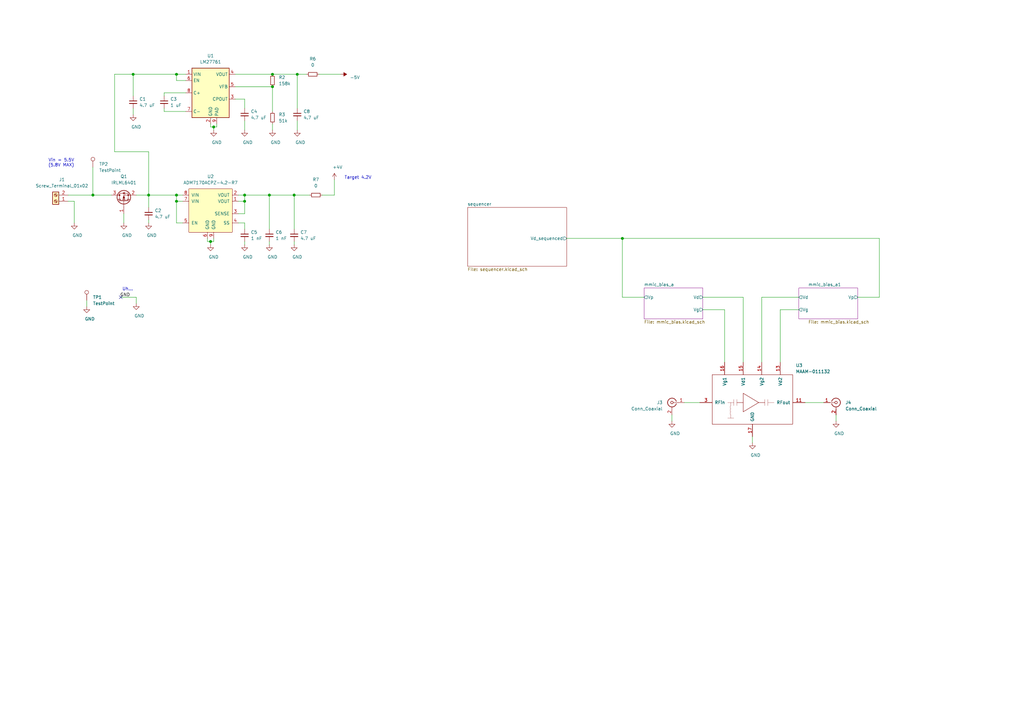
<source format=kicad_sch>
(kicad_sch (version 20210126) (generator eeschema)
  (paper "A3")
  (lib_symbols
    (symbol "Connector:Conn_Coaxial" (pin_names (offset 1.016) hide)
      (property "Reference" "J" (at 0.254 3.048 0))
      (property "Value" "Conn_Coaxial" (at 2.921 0 90))
      (symbol "Conn_Coaxial_0_1"
        (arc (start -1.778 0.508) (end 1.778 0) (radius (at -0.0508 0) (length 1.8034) (angles 163.6 0)) (stroke (width 0.254)))
        (arc (start 1.778 0) (end -1.778 -0.508) (radius (at -0.0254 0) (length 1.8034) (angles 0 -163.8)) (stroke (width 0.254)))
        (circle (center 0 0) (radius 0.508) (stroke (width 0.2032)))
        (polyline (pts (xy -2.54 0) (xy -0.508 0)))
        (polyline (pts (xy 0 -2.54) (xy 0 -1.778)))
      )
      (symbol "Conn_Coaxial_1_1"
        (pin passive line (at -5.08 0 0) (length 2.54) (name "In") (number "1"))
        (pin passive line (at 0 -5.08 90) (length 2.54) (name "Ext") (number "2"))
      )
    )
    (symbol "Connector:Screw_Terminal_01x02" (pin_names (offset 1.016) hide)
      (property "Reference" "J" (at 0 2.54 0))
      (property "Value" "Screw_Terminal_01x02" (at 0 -5.08 0))
      (symbol "Screw_Terminal_01x02_1_1"
        (circle (center 0 -2.54) (radius 0.635) (stroke (width 0.1524)))
        (circle (center 0 0) (radius 0.635) (stroke (width 0.1524)))
        (rectangle (start -1.27 1.27) (end 1.27 -3.81) (stroke (width 0.254)) (fill (type background)))
        (polyline (pts (xy -0.5334 -2.2098) (xy 0.3302 -3.048)) (stroke (width 0.1524)))
        (polyline (pts (xy -0.5334 0.3302) (xy 0.3302 -0.508)) (stroke (width 0.1524)))
        (polyline (pts (xy -0.3556 -2.032) (xy 0.508 -2.8702)) (stroke (width 0.1524)))
        (polyline (pts (xy -0.3556 0.508) (xy 0.508 -0.3302)) (stroke (width 0.1524)))
        (pin passive line (at -5.08 0 0) (length 3.81) (name "Pin_1") (number "1"))
        (pin passive line (at -5.08 -2.54 0) (length 3.81) (name "Pin_2") (number "2"))
      )
    )
    (symbol "Connector:TestPoint" (pin_numbers hide) (pin_names (offset 0.762) hide)
      (property "Reference" "TP" (at 0 6.858 0))
      (property "Value" "TestPoint" (at 0 5.08 0))
      (symbol "TestPoint_0_1"
        (circle (center 0 3.302) (radius 0.762))
      )
      (symbol "TestPoint_1_1"
        (pin passive line (at 0 0 90) (length 2.54) (name "1") (number "1"))
      )
    )
    (symbol "Device:C_Small" (pin_numbers hide) (pin_names (offset 0.254) hide)
      (property "Reference" "C" (at 0.254 1.778 0))
      (property "Value" "C_Small" (at 0.254 -2.032 0))
      (symbol "C_Small_0_1"
        (polyline (pts (xy -1.524 -0.508) (xy 1.524 -0.508)) (stroke (width 0.3302)))
        (polyline (pts (xy -1.524 0.508) (xy 1.524 0.508)) (stroke (width 0.3048)))
      )
      (symbol "C_Small_1_1"
        (pin passive line (at 0 2.54 270) (length 2.032) (name "~") (number "1"))
        (pin passive line (at 0 -2.54 90) (length 2.032) (name "~") (number "2"))
      )
    )
    (symbol "Device:R_Small" (pin_numbers hide) (pin_names (offset 0.254) hide)
      (property "Reference" "R" (at 0.762 0.508 0))
      (property "Value" "R_Small" (at 0.762 -1.016 0))
      (symbol "R_Small_0_1"
        (rectangle (start -0.762 1.778) (end 0.762 -1.778) (stroke (width 0.2032)))
      )
      (symbol "R_Small_1_1"
        (pin passive line (at 0 2.54 270) (length 0.762) (name "~") (number "1"))
        (pin passive line (at 0 -2.54 90) (length 0.762) (name "~") (number "2"))
      )
    )
    (symbol "Regulator_SwitchedCapacitor:LM27761"
      (property "Reference" "U" (at -6.35 11.43 0))
      (property "Value" "LM27761" (at 3.302 11.43 0))
      (symbol "LM27761_0_1"
        (rectangle (start -7.62 10.16) (end 7.62 -10.16) (stroke (width 0.254)) (fill (type background)))
      )
      (symbol "LM27761_1_1"
        (pin power_in line (at -10.16 7.62 0) (length 2.54) (name "VIN") (number "1"))
        (pin power_in line (at 0 -12.7 90) (length 2.54) (name "GND") (number "2"))
        (pin power_out line (at 10.16 -2.54 180) (length 2.54) (name "CPOUT") (number "3"))
        (pin power_out line (at 10.16 7.62 180) (length 2.54) (name "VOUT") (number "4"))
        (pin input line (at 10.16 2.54 180) (length 2.54) (name "VFB") (number "5"))
        (pin input line (at -10.16 5.08 0) (length 2.54) (name "EN") (number "6"))
        (pin passive line (at -10.16 -7.62 0) (length 2.54) (name "C-") (number "7"))
        (pin passive line (at -10.16 0 0) (length 2.54) (name "C+") (number "8"))
        (pin power_in line (at 2.54 -12.7 90) (length 2.54) (name "PAD") (number "9"))
      )
    )
    (symbol "Transistor_FET:IRLML6401" (pin_names hide)
      (property "Reference" "Q" (at 5.08 1.905 0))
      (property "Value" "IRLML6401" (at 5.08 0 0))
      (symbol "IRLML6401_0_1"
        (circle (center 1.651 0) (radius 2.794) (stroke (width 0.254)))
        (circle (center 2.54 -1.778) (radius 0.254) (fill (type outline)))
        (circle (center 2.54 1.778) (radius 0.254) (fill (type outline)))
        (polyline (pts (xy 0.254 0) (xy -2.54 0)))
        (polyline (pts (xy 0.254 1.905) (xy 0.254 -1.905)) (stroke (width 0.254)))
        (polyline (pts (xy 0.762 -1.27) (xy 0.762 -2.286)) (stroke (width 0.254)))
        (polyline (pts (xy 0.762 0.508) (xy 0.762 -0.508)) (stroke (width 0.254)))
        (polyline (pts (xy 0.762 2.286) (xy 0.762 1.27)) (stroke (width 0.254)))
        (polyline (pts (xy 2.54 2.54) (xy 2.54 1.778)))
        (polyline (pts (xy 2.54 -2.54) (xy 2.54 0) (xy 0.762 0)))
        (polyline (pts (xy 0.762 1.778) (xy 3.302 1.778) (xy 3.302 -1.778) (xy 0.762 -1.778)))
        (polyline (pts (xy 2.794 -0.508) (xy 2.921 -0.381) (xy 3.683 -0.381) (xy 3.81 -0.254)))
        (polyline (pts (xy 3.302 -0.381) (xy 2.921 0.254) (xy 3.683 0.254) (xy 3.302 -0.381)))
        (polyline (pts (xy 2.286 0) (xy 1.27 0.381) (xy 1.27 -0.381) (xy 2.286 0)) (fill (type outline)))
      )
      (symbol "IRLML6401_1_1"
        (pin input line (at -5.08 0 0) (length 2.54) (name "G") (number "1"))
        (pin passive line (at 2.54 -5.08 90) (length 2.54) (name "S") (number "2"))
        (pin passive line (at 2.54 5.08 270) (length 2.54) (name "D") (number "3"))
      )
    )
    (symbol "jtk_rf:MAAM-011132" (pin_names (offset 1.016))
      (property "Reference" "U" (at -27.94 16.51 0))
      (property "Value" "MAAM-011132" (at -21.59 19.05 0))
      (symbol "MAAM-011132_0_1"
        (arc (start -8.89 -3.81) (end -8.89 -5.08) (radius (at -8.255 -4.445) (length 0.898) (angles 135 -135)) (stroke (width 0.0006)))
        (arc (start -8.89 -2.54) (end -8.89 -3.81) (radius (at -8.255 -3.175) (length 0.898) (angles 135 -135)) (stroke (width 0.0006)))
        (arc (start -8.89 -1.27) (end -8.89 -2.54) (radius (at -8.255 -1.905) (length 0.898) (angles 135 -135)) (stroke (width 0.0006)))
        (rectangle (start -16.51 11.43) (end 16.51 -8.89))
        (polyline (pts (xy -10.16 -6.35) (xy -7.62 -6.35)) (stroke (width 0.0006)))
        (polyline (pts (xy -8.89 -5.08) (xy -8.89 -6.35)) (stroke (width 0.0006)))
        (polyline (pts (xy -8.89 0) (xy -8.89 -1.27)) (stroke (width 0.0006)))
        (polyline (pts (xy -7.62 0) (xy -10.16 0)) (stroke (width 0.0006)))
        (polyline (pts (xy -7.62 1.27) (xy -7.62 -1.27)) (stroke (width 0.0006)))
        (polyline (pts (xy -6.35 1.27) (xy -6.35 -1.27)) (stroke (width 0.0006)))
        (polyline (pts (xy -3.81 0) (xy -6.35 0)))
        (polyline (pts (xy 2.54 0) (xy 5.08 0)))
        (polyline (pts (xy 5.08 1.27) (xy 5.08 -1.27)) (stroke (width 0.0006)))
        (polyline (pts (xy 6.35 0) (xy 8.89 0)) (stroke (width 0.0006)))
        (polyline (pts (xy 6.35 1.27) (xy 6.35 -1.27)) (stroke (width 0.0006)))
        (polyline (pts (xy 2.54 0) (xy -3.81 3.81) (xy -3.81 -3.81) (xy 2.54 0)))
      )
      (symbol "MAAM-011132_1_1"
        (pin power_in line (at 0 -13.97 90) (length 5.08) hide (name "EP") (number "1"))
        (pin power_in line (at 0 -13.97 90) (length 5.08) hide (name "GND") (number "10"))
        (pin output line (at 21.59 0 180) (length 5.08) (name "RFout") (number "11"))
        (pin power_in line (at 0 -13.97 90) (length 5.08) hide (name "GND") (number "12"))
        (pin input line (at 11.43 16.51 270) (length 5.08) (name "Vd2") (number "13"))
        (pin input line (at 3.81 16.51 270) (length 5.08) (name "Vg2") (number "14"))
        (pin input line (at -3.81 16.51 270) (length 5.08) (name "Vd1") (number "15"))
        (pin input line (at -11.43 16.51 270) (length 5.08) (name "Vg1") (number "16"))
        (pin power_in line (at 0 -13.97 90) (length 5.08) (name "GND") (number "17"))
        (pin power_in line (at 0 -13.97 90) (length 5.08) hide (name "GND") (number "2"))
        (pin input line (at -21.59 0 0) (length 5.08) (name "RFin") (number "3"))
        (pin power_in line (at 0 -13.97 90) (length 5.08) hide (name "GND") (number "4"))
        (pin power_in line (at 0 -13.97 90) (length 5.08) hide (name "NC") (number "5"))
        (pin power_in line (at 0 -13.97 90) (length 5.08) hide (name "NC") (number "6"))
        (pin power_in line (at 0 -13.97 90) (length 5.08) hide (name "NC") (number "7"))
        (pin power_in line (at 0 -13.97 90) (length 5.08) hide (name "NC") (number "8"))
        (pin power_in line (at 0 -13.97 90) (length 5.08) hide (name "NC") (number "9"))
      )
    )
    (symbol "power:+4V" (power) (pin_names (offset 0))
      (property "Value" "+4V" (at 0 3.556 0))
      (symbol "+4V_0_1"
        (polyline (pts (xy -0.762 1.27) (xy 0 2.54)))
        (polyline (pts (xy 0 0) (xy 0 2.54)))
        (polyline (pts (xy 0 2.54) (xy 0.762 1.27)))
      )
      (symbol "+4V_1_1"
        (pin power_in line (at 0 0 90) (length 0) hide (name "+4V") (number "1"))
      )
    )
    (symbol "power:-5V" (power) (pin_names (offset 0))
      (property "Value" "-5V" (at 0 3.81 0))
      (symbol "-5V_0_0"
        (pin power_in line (at 0 0 90) (length 0) hide (name "-5V") (number "1"))
      )
      (symbol "-5V_0_1"
        (polyline (pts (xy 0 0) (xy 0 1.27) (xy 0.762 1.27) (xy 0 2.54) (xy -0.762 1.27) (xy 0 1.27)) (fill (type outline)))
      )
    )
    (symbol "power:GND" (power) (pin_names (offset 0))
      (property "Value" "GND" (at 0 -3.81 0))
      (symbol "GND_0_1"
        (polyline (pts (xy 0 0) (xy 0 -1.27) (xy 1.27 -1.27) (xy 0 -2.54) (xy -1.27 -1.27) (xy 0 -1.27)))
      )
      (symbol "GND_1_1"
        (pin power_in line (at 0 0 270) (length 0) hide (name "GND") (number "1"))
      )
    )
    (symbol "vna_mm:ADM7170" (pin_names (offset 1.016))
      (property "Reference" "U" (at -17.78 10.16 0))
      (property "Value" "ADM7170" (at -13.97 7.62 0))
      (symbol "ADM7170_0_1"
        (rectangle (start -8.89 6.35) (end 8.89 -11.43) (fill (type background)))
      )
      (symbol "ADM7170_1_1"
        (pin power_out line (at 11.43 1.27 180) (length 2.54) (name "VOUT") (number "1"))
        (pin power_out line (at 11.43 3.81 180) (length 2.54) (name "VOUT") (number "2"))
        (pin passive line (at 11.43 -3.81 180) (length 2.54) (name "SENSE") (number "3"))
        (pin passive line (at 11.43 -7.62 180) (length 2.54) (name "SS") (number "4"))
        (pin input line (at -11.43 -7.62 0) (length 2.54) (name "EN") (number "5"))
        (pin power_in line (at -1.27 -13.97 90) (length 2.54) (name "GND") (number "6"))
        (pin power_in line (at -11.43 1.27 0) (length 2.54) (name "VIN") (number "7"))
        (pin power_in line (at -11.43 3.81 0) (length 2.54) (name "VIN") (number "8"))
        (pin power_in line (at 1.27 -13.97 90) (length 2.54) (name "GND") (number "9"))
      )
    )
  )
  (junction (at 38.1 80.01) (diameter 1.016))
  (junction (at 54.61 30.48) (diameter 1.016))
  (junction (at 60.96 80.01) (diameter 1.016))
  (junction (at 72.39 30.48) (diameter 1.016))
  (junction (at 72.39 80.01) (diameter 1.016))
  (junction (at 72.39 82.55) (diameter 1.016))
  (junction (at 86.36 99.06) (diameter 1.016))
  (junction (at 87.63 52.07) (diameter 1.016))
  (junction (at 100.33 80.01) (diameter 1.016))
  (junction (at 100.33 82.55) (diameter 1.016))
  (junction (at 110.49 80.01) (diameter 1.016))
  (junction (at 111.76 30.48) (diameter 1.016))
  (junction (at 111.76 35.56) (diameter 1.016))
  (junction (at 120.65 80.01) (diameter 1.016))
  (junction (at 121.92 30.48) (diameter 1.016))
  (junction (at 255.27 97.79) (diameter 1.016))
  (no_connect (at 49.53 121.92))
  (wire (pts (xy 27.94 80.01) (xy 38.1 80.01)))
  (wire (pts (xy 30.48 82.55) (xy 27.94 82.55)))
  (wire (pts (xy 30.48 91.44) (xy 30.48 82.55)))
  (wire (pts (xy 35.56 123.19) (xy 35.56 125.73)))
  (wire (pts (xy 38.1 68.58) (xy 38.1 80.01)))
  (wire (pts (xy 38.1 80.01) (xy 45.72 80.01)))
  (wire (pts (xy 46.99 30.48) (xy 46.99 62.23)))
  (wire (pts (xy 46.99 62.23) (xy 60.96 62.23)))
  (wire (pts (xy 49.53 121.92) (xy 55.88 121.92)))
  (wire (pts (xy 50.8 87.63) (xy 50.8 91.44)))
  (wire (pts (xy 54.61 30.48) (xy 46.99 30.48)))
  (wire (pts (xy 54.61 30.48) (xy 72.39 30.48)))
  (wire (pts (xy 54.61 39.37) (xy 54.61 30.48)))
  (wire (pts (xy 54.61 44.45) (xy 54.61 46.99)))
  (wire (pts (xy 55.88 80.01) (xy 60.96 80.01)))
  (wire (pts (xy 55.88 121.92) (xy 55.88 124.46)))
  (wire (pts (xy 60.96 62.23) (xy 60.96 80.01)))
  (wire (pts (xy 60.96 80.01) (xy 60.96 85.09)))
  (wire (pts (xy 60.96 90.17) (xy 60.96 91.44)))
  (wire (pts (xy 67.31 38.1) (xy 76.2 38.1)))
  (wire (pts (xy 67.31 39.37) (xy 67.31 38.1)))
  (wire (pts (xy 67.31 45.72) (xy 67.31 44.45)))
  (wire (pts (xy 72.39 30.48) (xy 76.2 30.48)))
  (wire (pts (xy 72.39 33.02) (xy 72.39 30.48)))
  (wire (pts (xy 72.39 80.01) (xy 60.96 80.01)))
  (wire (pts (xy 72.39 82.55) (xy 72.39 80.01)))
  (wire (pts (xy 72.39 91.44) (xy 72.39 82.55)))
  (wire (pts (xy 74.93 80.01) (xy 72.39 80.01)))
  (wire (pts (xy 74.93 82.55) (xy 72.39 82.55)))
  (wire (pts (xy 74.93 91.44) (xy 72.39 91.44)))
  (wire (pts (xy 76.2 33.02) (xy 72.39 33.02)))
  (wire (pts (xy 76.2 45.72) (xy 67.31 45.72)))
  (wire (pts (xy 85.09 97.79) (xy 85.09 99.06)))
  (wire (pts (xy 85.09 99.06) (xy 86.36 99.06)))
  (wire (pts (xy 86.36 50.8) (xy 86.36 52.07)))
  (wire (pts (xy 86.36 52.07) (xy 87.63 52.07)))
  (wire (pts (xy 86.36 99.06) (xy 86.36 100.33)))
  (wire (pts (xy 86.36 99.06) (xy 87.63 99.06)))
  (wire (pts (xy 87.63 52.07) (xy 87.63 53.34)))
  (wire (pts (xy 87.63 52.07) (xy 88.9 52.07)))
  (wire (pts (xy 87.63 99.06) (xy 87.63 97.79)))
  (wire (pts (xy 88.9 52.07) (xy 88.9 50.8)))
  (wire (pts (xy 96.52 30.48) (xy 111.76 30.48)))
  (wire (pts (xy 96.52 35.56) (xy 111.76 35.56)))
  (wire (pts (xy 96.52 40.64) (xy 100.33 40.64)))
  (wire (pts (xy 97.79 82.55) (xy 100.33 82.55)))
  (wire (pts (xy 97.79 87.63) (xy 100.33 87.63)))
  (wire (pts (xy 97.79 91.44) (xy 100.33 91.44)))
  (wire (pts (xy 100.33 40.64) (xy 100.33 44.45)))
  (wire (pts (xy 100.33 49.53) (xy 100.33 53.34)))
  (wire (pts (xy 100.33 80.01) (xy 97.79 80.01)))
  (wire (pts (xy 100.33 80.01) (xy 110.49 80.01)))
  (wire (pts (xy 100.33 82.55) (xy 100.33 80.01)))
  (wire (pts (xy 100.33 87.63) (xy 100.33 82.55)))
  (wire (pts (xy 100.33 91.44) (xy 100.33 93.98)))
  (wire (pts (xy 100.33 99.06) (xy 100.33 100.33)))
  (wire (pts (xy 110.49 80.01) (xy 110.49 93.98)))
  (wire (pts (xy 110.49 80.01) (xy 120.65 80.01)))
  (wire (pts (xy 110.49 99.06) (xy 110.49 100.33)))
  (wire (pts (xy 111.76 30.48) (xy 121.92 30.48)))
  (wire (pts (xy 111.76 35.56) (xy 111.76 45.72)))
  (wire (pts (xy 111.76 50.8) (xy 111.76 53.34)))
  (wire (pts (xy 120.65 80.01) (xy 120.65 93.98)))
  (wire (pts (xy 120.65 80.01) (xy 127 80.01)))
  (wire (pts (xy 120.65 99.06) (xy 120.65 100.33)))
  (wire (pts (xy 121.92 30.48) (xy 125.73 30.48)))
  (wire (pts (xy 121.92 44.45) (xy 121.92 30.48)))
  (wire (pts (xy 121.92 49.53) (xy 121.92 53.34)))
  (wire (pts (xy 130.81 30.48) (xy 139.7 30.48)))
  (wire (pts (xy 137.16 73.66) (xy 137.16 80.01)))
  (wire (pts (xy 137.16 80.01) (xy 132.08 80.01)))
  (wire (pts (xy 232.41 97.79) (xy 255.27 97.79)))
  (wire (pts (xy 255.27 97.79) (xy 255.27 121.92)))
  (wire (pts (xy 255.27 97.79) (xy 360.68 97.79)))
  (wire (pts (xy 255.27 121.92) (xy 264.16 121.92)))
  (wire (pts (xy 275.59 170.18) (xy 275.59 172.72)))
  (wire (pts (xy 280.67 165.1) (xy 287.02 165.1)))
  (wire (pts (xy 288.29 121.92) (xy 304.8 121.92)))
  (wire (pts (xy 288.29 127) (xy 297.18 127)))
  (wire (pts (xy 297.18 127) (xy 297.18 148.59)))
  (wire (pts (xy 304.8 121.92) (xy 304.8 148.59)))
  (wire (pts (xy 308.61 179.07) (xy 308.61 181.61)))
  (wire (pts (xy 312.42 121.92) (xy 312.42 148.59)))
  (wire (pts (xy 312.42 121.92) (xy 327.66 121.92)))
  (wire (pts (xy 320.04 127) (xy 320.04 148.59)))
  (wire (pts (xy 327.66 127) (xy 320.04 127)))
  (wire (pts (xy 330.2 165.1) (xy 337.82 165.1)))
  (wire (pts (xy 342.9 170.18) (xy 342.9 172.72)))
  (wire (pts (xy 360.68 97.79) (xy 360.68 121.92)))
  (wire (pts (xy 360.68 121.92) (xy 351.79 121.92)))
  (text "Vin = 5.5V\n(5.8V MAX)" (at 30.48 68.58 180) (effects (font (size 1.27 1.27)) (justify right bottom)))
  (text "Uh..." (at 54.61 119.38 180) (effects (font (size 1.27 1.27)) (justify right bottom)))
  (text "Target 4.2V" (at 152.4 73.66 180) (effects (font (size 1.27 1.27)) (justify right bottom)))
  (label "GND" (at 53.34 121.92 180))
  (symbol (lib_id "Connector:TestPoint") (at 35.56 123.19 0) (unit 1)
    (property "Reference" "TP1" (at 38.1 121.92 0) (effects (justify left)))
    (property "Value" "TestPoint" (at 38.1 124.46 0) (effects (justify left)))
    (property "Footprint" "TestPoint:TestPoint_Keystone_5015_Micro-Minature" (effects hide))
  )
  (symbol (lib_id "Connector:TestPoint") (at 38.1 68.58 0) (unit 1)
    (property "Reference" "TP2" (at 40.64 67.31 0) (effects (justify left)))
    (property "Value" "TestPoint" (at 40.64 69.85 0) (effects (justify left)))
    (property "Footprint" "TestPoint:TestPoint_Keystone_5015_Micro-Minature" (effects hide))
  )
  (symbol (lib_id "power:+4V") (at 137.16 73.66 0) (unit 1)
    (property "Reference" "#PWR0119" (effects hide))
    (property "Value" "+4V" (at 138.43 68.58 0))
  )
  (symbol (lib_id "power:-5V") (at 139.7 30.48 270) (unit 1)
    (property "Reference" "#PWR0115" (effects hide))
    (property "Value" "-5V" (at 143.51 31.75 90) (effects (justify left)))
  )
  (symbol (lib_id "power:GND") (at 30.48 91.44 0) (unit 1)
    (property "Reference" "#PWR0102" (effects hide))
    (property "Value" "GND" (at 31.75 96.52 0))
  )
  (symbol (lib_id "power:GND") (at 35.56 125.73 0) (unit 1)
    (property "Reference" "#PWR0103" (effects hide))
    (property "Value" "GND" (at 36.83 130.81 0))
  )
  (symbol (lib_id "power:GND") (at 50.8 91.44 0) (unit 1)
    (property "Reference" "#PWR0101" (effects hide))
    (property "Value" "GND" (at 52.07 96.52 0))
  )
  (symbol (lib_id "power:GND") (at 54.61 46.99 0) (unit 1)
    (property "Reference" "#PWR0105" (effects hide))
    (property "Value" "GND" (at 55.88 52.07 0))
  )
  (symbol (lib_id "power:GND") (at 55.88 124.46 0) (unit 1)
    (property "Reference" "#PWR0112" (effects hide))
    (property "Value" "GND" (at 57.15 129.54 0))
  )
  (symbol (lib_id "power:GND") (at 60.96 91.44 0) (unit 1)
    (property "Reference" "#PWR0104" (effects hide))
    (property "Value" "GND" (at 62.23 96.52 0))
  )
  (symbol (lib_id "power:GND") (at 86.36 100.33 0) (unit 1)
    (property "Reference" "#PWR0107" (effects hide))
    (property "Value" "GND" (at 87.63 105.41 0))
  )
  (symbol (lib_id "power:GND") (at 87.63 53.34 0) (unit 1)
    (property "Reference" "#PWR0108" (effects hide))
    (property "Value" "GND" (at 88.9 58.42 0))
  )
  (symbol (lib_id "power:GND") (at 100.33 53.34 0) (unit 1)
    (property "Reference" "#PWR0109" (effects hide))
    (property "Value" "GND" (at 101.6 58.42 0))
  )
  (symbol (lib_id "power:GND") (at 100.33 100.33 0) (unit 1)
    (property "Reference" "#PWR0106" (effects hide))
    (property "Value" "GND" (at 101.6 105.41 0))
  )
  (symbol (lib_id "power:GND") (at 110.49 100.33 0) (unit 1)
    (property "Reference" "#PWR0113" (effects hide))
    (property "Value" "GND" (at 111.76 105.41 0))
  )
  (symbol (lib_id "power:GND") (at 111.76 53.34 0) (unit 1)
    (property "Reference" "#PWR0110" (effects hide))
    (property "Value" "GND" (at 113.03 58.42 0))
  )
  (symbol (lib_id "power:GND") (at 120.65 100.33 0) (unit 1)
    (property "Reference" "#PWR0114" (effects hide))
    (property "Value" "GND" (at 121.92 105.41 0))
  )
  (symbol (lib_id "power:GND") (at 121.92 53.34 0) (unit 1)
    (property "Reference" "#PWR0111" (effects hide))
    (property "Value" "GND" (at 123.19 58.42 0))
  )
  (symbol (lib_id "power:GND") (at 275.59 172.72 0) (unit 1)
    (property "Reference" "#PWR0116" (effects hide))
    (property "Value" "GND" (at 276.86 177.8 0))
  )
  (symbol (lib_id "power:GND") (at 308.61 181.61 0) (unit 1)
    (property "Reference" "#PWR0128" (effects hide))
    (property "Value" "GND" (at 309.88 186.69 0))
  )
  (symbol (lib_id "power:GND") (at 342.9 172.72 0) (unit 1)
    (property "Reference" "#PWR0125" (effects hide))
    (property "Value" "GND" (at 344.17 177.8 0))
  )
  (symbol (lib_id "Device:R_Small") (at 111.76 33.02 0) (unit 1)
    (property "Reference" "R2" (at 114.3 31.75 0) (effects (justify left)))
    (property "Value" "158k" (at 114.3 34.29 0) (effects (justify left)))
    (property "Footprint" "Resistor_SMD:R_0402_1005Metric" (effects hide))
  )
  (symbol (lib_id "Device:R_Small") (at 111.76 48.26 0) (unit 1)
    (property "Reference" "R3" (at 114.3 46.99 0) (effects (justify left)))
    (property "Value" "51k" (at 114.3 49.53 0) (effects (justify left)))
    (property "Footprint" "Resistor_SMD:R_0402_1005Metric" (effects hide))
  )
  (symbol (lib_id "Device:R_Small") (at 128.27 30.48 90) (unit 1)
    (property "Reference" "R6" (at 128.27 24.13 90))
    (property "Value" "0" (at 128.27 26.67 90))
    (property "Footprint" "Resistor_SMD:R_0402_1005Metric" (effects hide))
  )
  (symbol (lib_id "Device:R_Small") (at 129.54 80.01 90) (unit 1)
    (property "Reference" "R7" (at 129.54 73.66 90))
    (property "Value" "0" (at 129.54 76.2 90))
    (property "Footprint" "Resistor_SMD:R_0402_1005Metric" (effects hide))
  )
  (symbol (lib_id "Device:C_Small") (at 54.61 41.91 0) (unit 1)
    (property "Reference" "C1" (at 57.15 40.64 0) (effects (justify left)))
    (property "Value" "4.7 uF" (at 57.15 43.18 0) (effects (justify left)))
    (property "Footprint" "Capacitor_SMD:C_0603_1608Metric" (effects hide))
  )
  (symbol (lib_id "Device:C_Small") (at 60.96 87.63 0) (unit 1)
    (property "Reference" "C2" (at 63.5 86.36 0) (effects (justify left)))
    (property "Value" "4.7 uF" (at 63.5 88.9 0) (effects (justify left)))
    (property "Footprint" "Capacitor_SMD:C_0603_1608Metric" (effects hide))
  )
  (symbol (lib_id "Device:C_Small") (at 67.31 41.91 0) (unit 1)
    (property "Reference" "C3" (at 69.85 40.64 0) (effects (justify left)))
    (property "Value" "1 uF" (at 69.85 43.18 0) (effects (justify left)))
    (property "Footprint" "Capacitor_SMD:C_0402_1005Metric" (effects hide))
  )
  (symbol (lib_id "Device:C_Small") (at 100.33 46.99 0) (unit 1)
    (property "Reference" "C4" (at 102.87 45.72 0) (effects (justify left)))
    (property "Value" "4.7 uF" (at 102.87 48.26 0) (effects (justify left)))
    (property "Footprint" "Capacitor_SMD:C_0603_1608Metric" (effects hide))
  )
  (symbol (lib_id "Device:C_Small") (at 100.33 96.52 0) (unit 1)
    (property "Reference" "C5" (at 102.87 95.25 0) (effects (justify left)))
    (property "Value" "1 nF" (at 102.87 97.79 0) (effects (justify left)))
    (property "Footprint" "Capacitor_SMD:C_0402_1005Metric" (effects hide))
  )
  (symbol (lib_id "Device:C_Small") (at 110.49 96.52 0) (unit 1)
    (property "Reference" "C6" (at 113.03 95.25 0) (effects (justify left)))
    (property "Value" "1 nF" (at 113.03 97.79 0) (effects (justify left)))
    (property "Footprint" "Capacitor_SMD:C_0402_1005Metric" (effects hide))
  )
  (symbol (lib_id "Device:C_Small") (at 120.65 96.52 0) (unit 1)
    (property "Reference" "C7" (at 123.19 95.25 0) (effects (justify left)))
    (property "Value" "4.7 uF" (at 123.19 97.79 0) (effects (justify left)))
    (property "Footprint" "Capacitor_SMD:C_0603_1608Metric" (effects hide))
  )
  (symbol (lib_id "Device:C_Small") (at 121.92 46.99 0) (unit 1)
    (property "Reference" "C8" (at 124.46 45.72 0) (effects (justify left)))
    (property "Value" "4.7 uF" (at 124.46 48.26 0) (effects (justify left)))
    (property "Footprint" "Capacitor_SMD:C_0603_1608Metric" (effects hide))
  )
  (symbol (lib_id "Connector:Screw_Terminal_01x02") (at 22.86 82.55 180) (unit 1)
    (property "Reference" "J1" (at 25.4 73.66 0))
    (property "Value" "Screw_Terminal_01x02" (at 25.4 76.2 0))
    (property "Footprint" "TerminalBlock_Phoenix:TerminalBlock_Phoenix_MPT-0,5-2-2.54_1x02_P2.54mm_Horizontal" (effects hide))
  )
  (symbol (lib_id "Connector:Conn_Coaxial") (at 275.59 165.1 0) (mirror y) (unit 1)
    (property "Reference" "J3" (at 271.78 165.1 0) (effects (justify left)))
    (property "Value" "Conn_Coaxial" (at 271.78 167.64 0) (effects (justify left)))
    (property "Footprint" "jtk_rf_footprints:sw_edge_oshpark_4layer" (effects hide))
    (property "Datasheet" " ~" (effects hide))
  )
  (symbol (lib_id "Connector:Conn_Coaxial") (at 342.9 165.1 0) (unit 1)
    (property "Reference" "J4" (at 346.71 165.1 0) (effects (justify left)))
    (property "Value" "Conn_Coaxial" (at 346.71 167.64 0) (effects (justify left)))
    (property "Footprint" "jtk_rf_footprints:sw_edge_oshpark_4layer" (effects hide))
    (property "Datasheet" " ~" (effects hide))
  )
  (symbol (lib_id "Transistor_FET:IRLML6401") (at 50.8 82.55 90) (unit 1)
    (property "Reference" "Q1" (at 50.8 72.39 90))
    (property "Value" "IRLML6401" (at 50.8 74.93 90))
    (property "Footprint" "Package_TO_SOT_SMD:SOT-23" (effects hide))
    (property "Datasheet" "https://www.infineon.com/dgdl/irlml6401pbf.pdf?fileId=5546d462533600a401535668b96d2634" (effects hide))
  )
  (symbol (lib_id "vna_mm:ADM7170") (at 86.36 83.82 0) (unit 1)
    (property "Reference" "U2" (at 86.36 72.39 0))
    (property "Value" "ADM7170ACPZ-4.2-R7" (at 86.36 74.93 0))
    (property "Footprint" "Package_DFN_QFN:DFN-8-1EP_3x3mm_P0.5mm_EP1.66x2.38mm" (effects hide))
    (property "Datasheet" "https://www.analog.com/media/en/technical-documentation/data-sheets/ADM7170.pdf" (effects hide))
  )
  (symbol (lib_id "Regulator_SwitchedCapacitor:LM27761") (at 86.36 38.1 0) (unit 1)
    (property "Reference" "U1" (at 86.36 22.86 0))
    (property "Value" "LM27761" (at 86.36 25.4 0))
    (property "Footprint" "Package_SON:WSON-8-1EP_2x2mm_P0.5mm_EP0.9x1.6mm" (effects hide))
    (property "Datasheet" "http://www.ti.com/lit/ds/symlink/lm27761.pdf" (effects hide))
  )
  (symbol (lib_id "jtk_rf:MAAM-011132") (at 308.61 165.1 0) (unit 1)
    (property "Reference" "U3" (at 326.39 149.86 0) (effects (justify left)))
    (property "Value" "MAAM-011132" (at 326.39 152.4 0) (effects (justify left)))
    (property "Footprint" "jtk_rf_footprints:PQFN-16-1EP_4x4mm_P0.65mm_EP2.4x2.4mm" (effects hide))
    (property "Datasheet" "https://cdn.macom.com/datasheets/MAAM-011132.pdf" (effects hide))
    (property "mfg" "Macom" (effects hide))
    (property "mpn" "MAAM-011132-TR0500" (effects hide))
  )
  (sheet (at 264.16 118.11) (size 24.13 12.7) (stroke (width 0.001) (color 132 0 132 1)) (fill (color 255 255 255 0.0000))
    (property "Sheet name" "mmic_bias_a" (at 264.16 117.4741 0) (effects (justify left bottom)))
    (property "Sheet file" "mmic_bias.kicad_sch" (at 264.16 131.3189 0) (effects (justify left top)))
    (pin "Vd" output (at 288.29 121.92 0))
    (pin "Vp" output (at 264.16 121.92 180))
    (pin "Vg" output (at 288.29 127 0))
  )
  (sheet (at 327.66 118.11) (size 24.13 12.7) (stroke (width 0.001) (color 132 0 132 1)) (fill (color 255 255 255 0.0000))
    (property "Sheet name" "mmic_bias_a1" (at 331.47 117.4741 0) (effects (justify left bottom)))
    (property "Sheet file" "mmic_bias.kicad_sch" (at 331.47 131.3189 0) (effects (justify left top)))
    (pin "Vd" output (at 327.66 121.92 180))
    (pin "Vp" output (at 351.79 121.92 0))
    (pin "Vg" output (at 327.66 127 180))
  )
  (sheet (at 191.77 85.09) (size 40.64 24.13) (stroke (width 0.001))
    (property "Sheet name" "sequencer" (at 191.77 84.4541 0) (effects (justify left bottom)))
    (property "Sheet file" "sequencer.kicad_sch" (at 191.77 109.7289 0) (effects (justify left top)))
    (pin "Vd_sequenced" output (at 232.41 97.79 0))
  )
)
</source>
